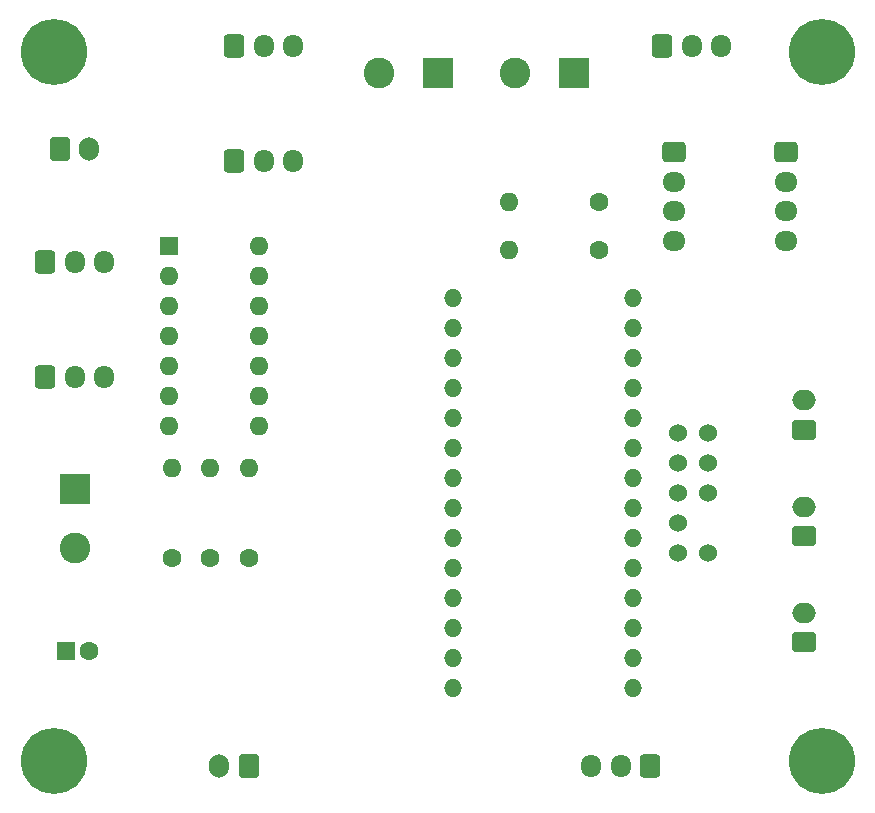
<source format=gbs>
%TF.GenerationSoftware,KiCad,Pcbnew,7.0.7*%
%TF.CreationDate,2023-12-09T17:07:56+00:00*%
%TF.ProjectId,Pack Board,5061636b-2042-46f6-9172-642e6b696361,rev?*%
%TF.SameCoordinates,Original*%
%TF.FileFunction,Soldermask,Bot*%
%TF.FilePolarity,Negative*%
%FSLAX46Y46*%
G04 Gerber Fmt 4.6, Leading zero omitted, Abs format (unit mm)*
G04 Created by KiCad (PCBNEW 7.0.7) date 2023-12-09 17:07:56*
%MOMM*%
%LPD*%
G01*
G04 APERTURE LIST*
G04 Aperture macros list*
%AMRoundRect*
0 Rectangle with rounded corners*
0 $1 Rounding radius*
0 $2 $3 $4 $5 $6 $7 $8 $9 X,Y pos of 4 corners*
0 Add a 4 corners polygon primitive as box body*
4,1,4,$2,$3,$4,$5,$6,$7,$8,$9,$2,$3,0*
0 Add four circle primitives for the rounded corners*
1,1,$1+$1,$2,$3*
1,1,$1+$1,$4,$5*
1,1,$1+$1,$6,$7*
1,1,$1+$1,$8,$9*
0 Add four rect primitives between the rounded corners*
20,1,$1+$1,$2,$3,$4,$5,0*
20,1,$1+$1,$4,$5,$6,$7,0*
20,1,$1+$1,$6,$7,$8,$9,0*
20,1,$1+$1,$8,$9,$2,$3,0*%
G04 Aperture macros list end*
%ADD10O,1.524000X1.524000*%
%ADD11C,1.524000*%
%ADD12C,5.600000*%
%ADD13RoundRect,0.250000X-0.725000X0.600000X-0.725000X-0.600000X0.725000X-0.600000X0.725000X0.600000X0*%
%ADD14O,1.950000X1.700000*%
%ADD15C,1.600000*%
%ADD16O,1.600000X1.600000*%
%ADD17RoundRect,0.250000X-0.600000X-0.725000X0.600000X-0.725000X0.600000X0.725000X-0.600000X0.725000X0*%
%ADD18O,1.700000X1.950000*%
%ADD19RoundRect,0.250000X-0.600000X-0.750000X0.600000X-0.750000X0.600000X0.750000X-0.600000X0.750000X0*%
%ADD20O,1.700000X2.000000*%
%ADD21RoundRect,0.250000X0.600000X0.750000X-0.600000X0.750000X-0.600000X-0.750000X0.600000X-0.750000X0*%
%ADD22RoundRect,0.250000X0.750000X-0.600000X0.750000X0.600000X-0.750000X0.600000X-0.750000X-0.600000X0*%
%ADD23O,2.000000X1.700000*%
%ADD24R,2.600000X2.600000*%
%ADD25C,2.600000*%
%ADD26R,1.600000X1.600000*%
%ADD27RoundRect,0.250000X0.600000X0.725000X-0.600000X0.725000X-0.600000X-0.725000X0.600000X-0.725000X0*%
G04 APERTURE END LIST*
D10*
%TO.C,U1*%
X138760000Y-105820000D03*
X138760000Y-108360000D03*
X138760000Y-110900000D03*
X138760000Y-113440000D03*
X138760000Y-115980000D03*
X138760000Y-118520000D03*
X138760000Y-121060000D03*
X138760000Y-123600000D03*
X138760000Y-126140000D03*
X138760000Y-128680000D03*
X138760000Y-131220000D03*
X138760000Y-133760000D03*
X138760000Y-136300000D03*
X138760000Y-138840000D03*
X154000000Y-138840000D03*
X154000000Y-136300000D03*
X154000000Y-133760000D03*
X154000000Y-131220000D03*
X154000000Y-128680000D03*
X154000000Y-126140000D03*
X154000000Y-123600000D03*
X154000000Y-121060000D03*
X154000000Y-118520000D03*
X154000000Y-115980000D03*
X154000000Y-113440000D03*
X154000000Y-110900000D03*
X154000000Y-108360000D03*
X154000000Y-105820000D03*
D11*
X157810000Y-127410000D03*
X157810000Y-124870000D03*
X157810000Y-122330000D03*
X157810000Y-119790000D03*
X157810000Y-117250000D03*
X160350000Y-119790000D03*
X160350000Y-117250000D03*
X160350000Y-122330000D03*
X160350000Y-127410000D03*
%TD*%
D12*
%TO.C,REF\u002A\u002A*%
X105000000Y-145000000D03*
%TD*%
D13*
%TO.C,J18*%
X167000000Y-93500000D03*
D14*
X167000000Y-96000000D03*
X167000000Y-98500000D03*
X167000000Y-101000000D03*
%TD*%
D15*
%TO.C,R5*%
X151120000Y-101750000D03*
D16*
X143500000Y-101750000D03*
%TD*%
D17*
%TO.C,J1*%
X120250000Y-84500000D03*
D18*
X122750000Y-84500000D03*
X125250000Y-84500000D03*
%TD*%
D17*
%TO.C,J3*%
X120250000Y-94250000D03*
D18*
X122750000Y-94250000D03*
X125250000Y-94250000D03*
%TD*%
D19*
%TO.C,J16*%
X105500000Y-93250000D03*
D20*
X108000000Y-93250000D03*
%TD*%
D12*
%TO.C,REF\u002A\u002A*%
X170000000Y-85000000D03*
%TD*%
D15*
%TO.C,R2*%
X121500000Y-127870000D03*
D16*
X121500000Y-120250000D03*
%TD*%
D21*
%TO.C,J17*%
X121500000Y-145500000D03*
D20*
X119000000Y-145500000D03*
%TD*%
D22*
%TO.C,J12*%
X168475000Y-117000000D03*
D23*
X168475000Y-114500000D03*
%TD*%
D22*
%TO.C,J11*%
X168500000Y-126000000D03*
D23*
X168500000Y-123500000D03*
%TD*%
D12*
%TO.C,REF\u002A\u002A*%
X170000000Y-145000000D03*
%TD*%
D13*
%TO.C,J9*%
X157500000Y-93500000D03*
D14*
X157500000Y-96000000D03*
X157500000Y-98500000D03*
X157500000Y-101000000D03*
%TD*%
D22*
%TO.C,J10*%
X168500000Y-135000000D03*
D23*
X168500000Y-132500000D03*
%TD*%
D24*
%TO.C,J6*%
X137500000Y-86750000D03*
D25*
X132500000Y-86750000D03*
%TD*%
D26*
%TO.C,U2*%
X114750000Y-101460000D03*
D16*
X114750000Y-104000000D03*
X114750000Y-106540000D03*
X114750000Y-109080000D03*
X114750000Y-111620000D03*
X114750000Y-114160000D03*
X114750000Y-116700000D03*
X122370000Y-116700000D03*
X122370000Y-114160000D03*
X122370000Y-111620000D03*
X122370000Y-109080000D03*
X122370000Y-106540000D03*
X122370000Y-104000000D03*
X122370000Y-101460000D03*
%TD*%
D12*
%TO.C,REF\u002A\u002A*%
X105000000Y-85000000D03*
%TD*%
D26*
%TO.C,C1*%
X106000000Y-135750000D03*
D15*
X108000000Y-135750000D03*
%TD*%
%TO.C,R1*%
X115000000Y-127870000D03*
D16*
X115000000Y-120250000D03*
%TD*%
D17*
%TO.C,J13*%
X104250000Y-112500000D03*
D18*
X106750000Y-112500000D03*
X109250000Y-112500000D03*
%TD*%
D24*
%TO.C,J8*%
X149000000Y-86750000D03*
D25*
X144000000Y-86750000D03*
%TD*%
D24*
%TO.C,J7*%
X106750000Y-122000000D03*
D25*
X106750000Y-127000000D03*
%TD*%
D17*
%TO.C,J15*%
X104250000Y-102750000D03*
D18*
X106750000Y-102750000D03*
X109250000Y-102750000D03*
%TD*%
D15*
%TO.C,R4*%
X151120000Y-97750000D03*
D16*
X143500000Y-97750000D03*
%TD*%
D17*
%TO.C,J14*%
X156500000Y-84500000D03*
D18*
X159000000Y-84500000D03*
X161500000Y-84500000D03*
%TD*%
D27*
%TO.C,J2*%
X155500000Y-145500000D03*
D18*
X153000000Y-145500000D03*
X150500000Y-145500000D03*
%TD*%
D15*
%TO.C,R3*%
X118250000Y-127870000D03*
D16*
X118250000Y-120250000D03*
%TD*%
M02*

</source>
